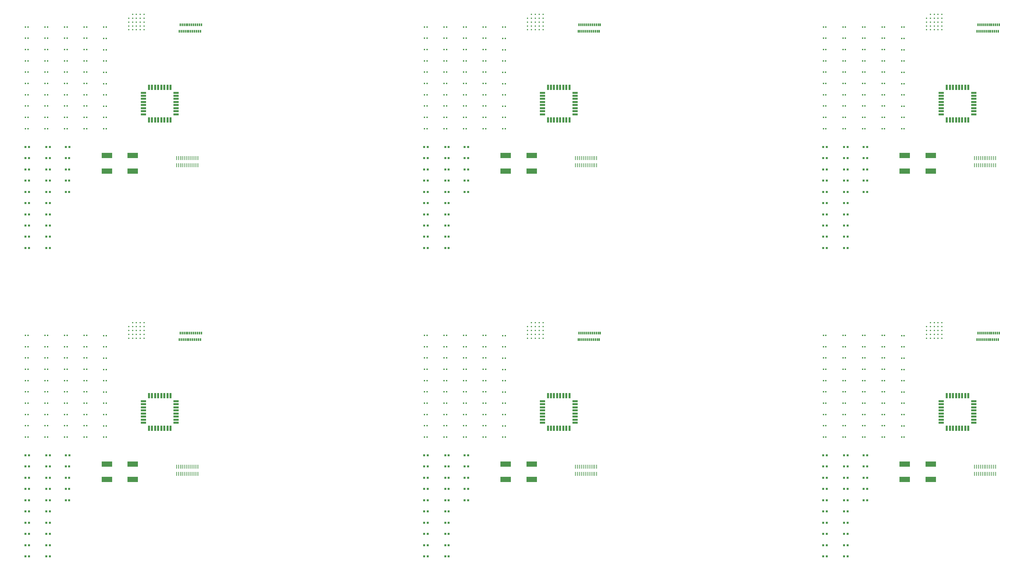
<source format=gbr>
%TF.GenerationSoftware,KiCad,Pcbnew,7.0.5*%
%TF.CreationDate,2023-09-05T09:46:38+01:00*%
%TF.ProjectId,PANELTEST141,50414e45-4c54-4455-9354-3134312e6b69,00.00*%
%TF.SameCoordinates,PX27b9fb5PYc4a79ca*%
%TF.FileFunction,Paste,Top*%
%TF.FilePolarity,Positive*%
%FSLAX46Y46*%
G04 Gerber Fmt 4.6, Leading zero omitted, Abs format (unit mm)*
G04 Created by KiCad (PCBNEW 7.0.5) date 2023-09-05 09:46:38*
%MOMM*%
%LPD*%
G01*
G04 APERTURE LIST*
%ADD10R,2.750000X1.400000*%
%ADD11R,0.460000X0.420000*%
%ADD12R,0.508000X0.508000*%
%ADD13R,0.300000X0.700000*%
%ADD14R,0.280000X1.060000*%
%ADD15R,1.475000X0.600000*%
%ADD16R,0.600000X1.475000*%
%ADD17C,0.355600*%
G04 APERTURE END LIST*
D10*
%TO.C,SW1*%
X252066495Y47585069D03*
X258816482Y47585069D03*
X252066495Y43585077D03*
X258816482Y43585077D03*
%TD*%
%TO.C,SW1*%
X148466495Y47585069D03*
X155216482Y47585069D03*
X148466495Y43585077D03*
X155216482Y43585077D03*
%TD*%
%TO.C,SW1*%
X44866495Y47585069D03*
X51616482Y47585069D03*
X44866495Y43585077D03*
X51616482Y43585077D03*
%TD*%
%TO.C,SW1*%
X44866495Y127705069D03*
X51616482Y127705069D03*
X44866495Y123705077D03*
X51616482Y123705077D03*
%TD*%
%TO.C,SW1*%
X148466495Y127705069D03*
X155216482Y127705069D03*
X148466495Y123705077D03*
X155216482Y123705077D03*
%TD*%
%TO.C,SW1*%
X252066495Y127705069D03*
X258816482Y127705069D03*
X252066495Y123705077D03*
X258816482Y123705077D03*
%TD*%
D11*
%TO.C,R12*%
X236044299Y158174079D03*
X236704299Y158174079D03*
%TD*%
%TO.C,R43*%
X147681871Y75079263D03*
X148341871Y75079263D03*
%TD*%
%TO.C,R10*%
X23765109Y54590377D03*
X24425109Y54590377D03*
%TD*%
D12*
%TO.C,R112*%
X132759871Y127050377D03*
X133674871Y127050377D03*
%TD*%
D11*
%TO.C,R27*%
X241123489Y143509269D03*
X241783489Y143509269D03*
%TD*%
D12*
%TO.C,R104*%
X127319871Y121210377D03*
X128234871Y121210377D03*
%TD*%
D11*
%TO.C,R2*%
X230965109Y78054079D03*
X231625109Y78054079D03*
%TD*%
%TO.C,R18*%
X28844299Y60456307D03*
X29504299Y60456307D03*
%TD*%
%TO.C,R26*%
X137523489Y146442231D03*
X138183489Y146442231D03*
%TD*%
%TO.C,R36*%
X142602679Y66322231D03*
X143262679Y66322231D03*
%TD*%
%TO.C,R32*%
X39002679Y158174079D03*
X39662679Y158174079D03*
%TD*%
%TO.C,R39*%
X39002679Y137643345D03*
X39662679Y137643345D03*
%TD*%
%TO.C,R3*%
X230965109Y75121117D03*
X231625109Y75121117D03*
%TD*%
D12*
%TO.C,R114*%
X29159871Y41090377D03*
X30074871Y41090377D03*
%TD*%
D11*
%TO.C,R11*%
X132444299Y80987041D03*
X133104299Y80987041D03*
%TD*%
%TO.C,R7*%
X127365109Y63389269D03*
X128025109Y63389269D03*
%TD*%
D12*
%TO.C,R116*%
X29159871Y115370377D03*
X30074871Y115370377D03*
%TD*%
D11*
%TO.C,R40*%
X142602679Y134710377D03*
X143262679Y134710377D03*
%TD*%
%TO.C,R44*%
X44081871Y72146301D03*
X44741871Y72146301D03*
%TD*%
%TO.C,R25*%
X137523489Y69255193D03*
X138183489Y69255193D03*
%TD*%
%TO.C,R45*%
X251281871Y149333339D03*
X251941871Y149333339D03*
%TD*%
%TO.C,R23*%
X137523489Y75121117D03*
X138183489Y75121117D03*
%TD*%
%TO.C,R12*%
X28844299Y78054079D03*
X29504299Y78054079D03*
%TD*%
%TO.C,R14*%
X132444299Y152308155D03*
X133104299Y152308155D03*
%TD*%
D12*
%TO.C,R123*%
X34206633Y124130377D03*
X35121633Y124130377D03*
%TD*%
%TO.C,R103*%
X23719871Y124130377D03*
X24634871Y124130377D03*
%TD*%
%TO.C,R104*%
X23719871Y121210377D03*
X24634871Y121210377D03*
%TD*%
%TO.C,R114*%
X132759871Y121210377D03*
X133674871Y121210377D03*
%TD*%
%TO.C,R125*%
X34206633Y38170377D03*
X35121633Y38170377D03*
%TD*%
D13*
%TO.C,J1*%
X167541489Y161719541D03*
X168041489Y161719541D03*
X168541489Y161719541D03*
X169041489Y161719541D03*
X169541489Y161719541D03*
X170041489Y161719541D03*
X170541489Y161719541D03*
X171041489Y161719541D03*
X171541489Y161719541D03*
X172041489Y161719541D03*
X172541489Y161719541D03*
X173041489Y161719541D03*
X172791489Y160019541D03*
X172291489Y160019541D03*
X171791489Y160019541D03*
X171291489Y160019541D03*
X170791489Y160019541D03*
X170291489Y160019541D03*
X169791489Y160019541D03*
X169291489Y160019541D03*
X168791489Y160019541D03*
X168291489Y160019541D03*
X167791489Y160019541D03*
X167291489Y160019541D03*
%TD*%
D12*
%TO.C,R121*%
X34209871Y129970377D03*
X35124871Y129970377D03*
%TD*%
%TO.C,R125*%
X34206633Y118290377D03*
X35121633Y118290377D03*
%TD*%
D11*
%TO.C,R9*%
X127365109Y137643345D03*
X128025109Y137643345D03*
%TD*%
D12*
%TO.C,R114*%
X236359871Y121210377D03*
X237274871Y121210377D03*
%TD*%
%TO.C,R103*%
X230919871Y124130377D03*
X231834871Y124130377D03*
%TD*%
D11*
%TO.C,R16*%
X28844299Y146442231D03*
X29504299Y146442231D03*
%TD*%
D12*
%TO.C,R119*%
X29159871Y106610377D03*
X30074871Y106610377D03*
%TD*%
D11*
%TO.C,R12*%
X28844299Y158174079D03*
X29504299Y158174079D03*
%TD*%
%TO.C,R19*%
X132444299Y137643345D03*
X133104299Y137643345D03*
%TD*%
%TO.C,R10*%
X230965109Y54590377D03*
X231625109Y54590377D03*
%TD*%
%TO.C,R41*%
X44081871Y161065187D03*
X44741871Y161065187D03*
%TD*%
%TO.C,R4*%
X230965109Y72188155D03*
X231625109Y72188155D03*
%TD*%
D14*
%TO.C,J2*%
X275701484Y127017039D03*
X275201485Y127017039D03*
X274701486Y127017039D03*
X274201487Y127017039D03*
X273701488Y127017039D03*
X273201489Y127017039D03*
X272701489Y127017039D03*
X272201490Y127017039D03*
X271701491Y127017039D03*
X271201492Y127017039D03*
X270701493Y127017039D03*
X270201494Y127017039D03*
X270201494Y125157043D03*
X270701493Y125157043D03*
X271201492Y125157043D03*
X271701491Y125157043D03*
X272201490Y125157043D03*
X272701489Y125157043D03*
X273201489Y125157043D03*
X273701488Y125157043D03*
X274201487Y125157043D03*
X274701486Y125157043D03*
X275201485Y125157043D03*
X275701484Y125157043D03*
%TD*%
D11*
%TO.C,R43*%
X251281871Y75079263D03*
X251941871Y75079263D03*
%TD*%
D12*
%TO.C,R122*%
X241406633Y46930377D03*
X242321633Y46930377D03*
%TD*%
D11*
%TO.C,R26*%
X241123489Y146442231D03*
X241783489Y146442231D03*
%TD*%
D12*
%TO.C,R117*%
X29159871Y112450377D03*
X30074871Y112450377D03*
%TD*%
D11*
%TO.C,R32*%
X39002679Y78054079D03*
X39662679Y78054079D03*
%TD*%
D12*
%TO.C,R123*%
X241406633Y124130377D03*
X242321633Y124130377D03*
%TD*%
D11*
%TO.C,R34*%
X142602679Y152308155D03*
X143262679Y152308155D03*
%TD*%
D12*
%TO.C,R125*%
X241406633Y38170377D03*
X242321633Y38170377D03*
%TD*%
D11*
%TO.C,R26*%
X137523489Y66322231D03*
X138183489Y66322231D03*
%TD*%
%TO.C,R10*%
X127365109Y134710377D03*
X128025109Y134710377D03*
%TD*%
%TO.C,R50*%
X147681871Y54548523D03*
X148341871Y54548523D03*
%TD*%
D12*
%TO.C,R116*%
X236359871Y35250377D03*
X237274871Y35250377D03*
%TD*%
D11*
%TO.C,R3*%
X127365109Y75121117D03*
X128025109Y75121117D03*
%TD*%
D10*
%TO.C,SW1*%
X252066495Y47585069D03*
X258816482Y47585069D03*
X252066495Y43585077D03*
X258816482Y43585077D03*
%TD*%
D12*
%TO.C,R108*%
X23719871Y109530377D03*
X24634871Y109530377D03*
%TD*%
%TO.C,R114*%
X132759871Y41090377D03*
X133674871Y41090377D03*
%TD*%
%TO.C,R107*%
X230919871Y112450377D03*
X231834871Y112450377D03*
%TD*%
D11*
%TO.C,R22*%
X33923489Y158174079D03*
X34583489Y158174079D03*
%TD*%
%TO.C,R34*%
X142602679Y72188155D03*
X143262679Y72188155D03*
%TD*%
D12*
%TO.C,R113*%
X132759871Y124130377D03*
X133674871Y124130377D03*
%TD*%
D15*
%TO.C,IC1*%
X54383489Y144027041D03*
X54383489Y143227041D03*
X54383489Y142427041D03*
X54383489Y141627041D03*
X54383489Y140827041D03*
X54383489Y140027041D03*
X54383489Y139227041D03*
X54383489Y138427041D03*
D16*
X55821489Y136989041D03*
X56621489Y136989041D03*
X57421489Y136989041D03*
X58221489Y136989041D03*
X59021489Y136989041D03*
X59821489Y136989041D03*
X60621489Y136989041D03*
X61421489Y136989041D03*
D15*
X62859489Y138427041D03*
X62859489Y139227041D03*
X62859489Y140027041D03*
X62859489Y140827041D03*
X62859489Y141627041D03*
X62859489Y142427041D03*
X62859489Y143227041D03*
X62859489Y144027041D03*
D16*
X61421489Y145465041D03*
X60621489Y145465041D03*
X59821489Y145465041D03*
X59021489Y145465041D03*
X58221489Y145465041D03*
X57421489Y145465041D03*
X56621489Y145465041D03*
X55821489Y145465041D03*
%TD*%
D12*
%TO.C,R119*%
X132759871Y26490377D03*
X133674871Y26490377D03*
%TD*%
%TO.C,R106*%
X230919871Y35250377D03*
X231834871Y35250377D03*
%TD*%
D17*
%TO.C,IC2*%
X258751495Y84267039D03*
X259751493Y84267039D03*
X260751491Y84267039D03*
X261751489Y84267039D03*
X257751497Y83267041D03*
X258751495Y83267041D03*
X259751493Y83267041D03*
X260751491Y83267041D03*
X261751489Y83267041D03*
X257751497Y82267043D03*
X258751495Y82267043D03*
X259751493Y82267043D03*
X260751491Y82267043D03*
X261751489Y82267043D03*
X257751497Y81267045D03*
X258751495Y81267045D03*
X259751493Y81267045D03*
X260751491Y81267045D03*
X261751489Y81267045D03*
X257751497Y80267047D03*
X258751495Y80267047D03*
X259751493Y80267047D03*
X260751491Y80267047D03*
X261751489Y80267047D03*
%TD*%
D11*
%TO.C,R4*%
X23765109Y152308155D03*
X24425109Y152308155D03*
%TD*%
D12*
%TO.C,R104*%
X127319871Y41090377D03*
X128234871Y41090377D03*
%TD*%
%TO.C,R118*%
X236359871Y109530377D03*
X237274871Y109530377D03*
%TD*%
%TO.C,R109*%
X127319871Y106610377D03*
X128234871Y106610377D03*
%TD*%
D11*
%TO.C,R32*%
X246202679Y78054079D03*
X246862679Y78054079D03*
%TD*%
D12*
%TO.C,R104*%
X230919871Y121210377D03*
X231834871Y121210377D03*
%TD*%
D11*
%TO.C,R42*%
X147681871Y78012225D03*
X148341871Y78012225D03*
%TD*%
D17*
%TO.C,IC2*%
X51551495Y84267039D03*
X52551493Y84267039D03*
X53551491Y84267039D03*
X54551489Y84267039D03*
X50551497Y83267041D03*
X51551495Y83267041D03*
X52551493Y83267041D03*
X53551491Y83267041D03*
X54551489Y83267041D03*
X50551497Y82267043D03*
X51551495Y82267043D03*
X52551493Y82267043D03*
X53551491Y82267043D03*
X54551489Y82267043D03*
X50551497Y81267045D03*
X51551495Y81267045D03*
X52551493Y81267045D03*
X53551491Y81267045D03*
X54551489Y81267045D03*
X50551497Y80267047D03*
X51551495Y80267047D03*
X52551493Y80267047D03*
X53551491Y80267047D03*
X54551489Y80267047D03*
%TD*%
D11*
%TO.C,R32*%
X142602679Y78054079D03*
X143262679Y78054079D03*
%TD*%
D13*
%TO.C,J1*%
X167541489Y81599541D03*
X168041489Y81599541D03*
X168541489Y81599541D03*
X169041489Y81599541D03*
X169541489Y81599541D03*
X170041489Y81599541D03*
X170541489Y81599541D03*
X171041489Y81599541D03*
X171541489Y81599541D03*
X172041489Y81599541D03*
X172541489Y81599541D03*
X173041489Y81599541D03*
X172791489Y79899541D03*
X172291489Y79899541D03*
X171791489Y79899541D03*
X171291489Y79899541D03*
X170791489Y79899541D03*
X170291489Y79899541D03*
X169791489Y79899541D03*
X169291489Y79899541D03*
X168791489Y79899541D03*
X168291489Y79899541D03*
X167791489Y79899541D03*
X167291489Y79899541D03*
%TD*%
D11*
%TO.C,R30*%
X137523489Y54590377D03*
X138183489Y54590377D03*
%TD*%
D12*
%TO.C,R124*%
X34206633Y41090377D03*
X35121633Y41090377D03*
%TD*%
%TO.C,R112*%
X29159871Y46930377D03*
X30074871Y46930377D03*
%TD*%
%TO.C,R124*%
X241406633Y121210377D03*
X242321633Y121210377D03*
%TD*%
%TO.C,R120*%
X236359871Y23570377D03*
X237274871Y23570377D03*
%TD*%
D11*
%TO.C,R29*%
X137523489Y137643345D03*
X138183489Y137643345D03*
%TD*%
%TO.C,R31*%
X39002679Y161107041D03*
X39662679Y161107041D03*
%TD*%
D12*
%TO.C,R115*%
X132759871Y118290377D03*
X133674871Y118290377D03*
%TD*%
D11*
%TO.C,R23*%
X137523489Y155241117D03*
X138183489Y155241117D03*
%TD*%
D12*
%TO.C,R107*%
X23719871Y112450377D03*
X24634871Y112450377D03*
%TD*%
D11*
%TO.C,R15*%
X28844299Y149375193D03*
X29504299Y149375193D03*
%TD*%
D12*
%TO.C,R121*%
X34209871Y49850377D03*
X35124871Y49850377D03*
%TD*%
%TO.C,R109*%
X230919871Y106610377D03*
X231834871Y106610377D03*
%TD*%
D11*
%TO.C,R20*%
X132444299Y134710377D03*
X133104299Y134710377D03*
%TD*%
%TO.C,R23*%
X33923489Y75121117D03*
X34583489Y75121117D03*
%TD*%
%TO.C,R3*%
X230965109Y155241117D03*
X231625109Y155241117D03*
%TD*%
%TO.C,R46*%
X147681871Y146400377D03*
X148341871Y146400377D03*
%TD*%
D12*
%TO.C,R103*%
X127319871Y124130377D03*
X128234871Y124130377D03*
%TD*%
D11*
%TO.C,R36*%
X246202679Y146442231D03*
X246862679Y146442231D03*
%TD*%
%TO.C,R6*%
X230965109Y66322231D03*
X231625109Y66322231D03*
%TD*%
%TO.C,R46*%
X44081871Y66280377D03*
X44741871Y66280377D03*
%TD*%
%TO.C,R18*%
X28844299Y140576307D03*
X29504299Y140576307D03*
%TD*%
D12*
%TO.C,R117*%
X236359871Y112450377D03*
X237274871Y112450377D03*
%TD*%
%TO.C,R122*%
X34206633Y46930377D03*
X35121633Y46930377D03*
%TD*%
D11*
%TO.C,R43*%
X251281871Y155199263D03*
X251941871Y155199263D03*
%TD*%
%TO.C,R24*%
X137523489Y72188155D03*
X138183489Y72188155D03*
%TD*%
%TO.C,R13*%
X236044299Y155241117D03*
X236704299Y155241117D03*
%TD*%
%TO.C,R4*%
X230965109Y152308155D03*
X231625109Y152308155D03*
%TD*%
%TO.C,R35*%
X39002679Y149375193D03*
X39662679Y149375193D03*
%TD*%
D12*
%TO.C,R111*%
X29159871Y49850377D03*
X30074871Y49850377D03*
%TD*%
D15*
%TO.C,IC1*%
X261583489Y63907041D03*
X261583489Y63107041D03*
X261583489Y62307041D03*
X261583489Y61507041D03*
X261583489Y60707041D03*
X261583489Y59907041D03*
X261583489Y59107041D03*
X261583489Y58307041D03*
D16*
X263021489Y56869041D03*
X263821489Y56869041D03*
X264621489Y56869041D03*
X265421489Y56869041D03*
X266221489Y56869041D03*
X267021489Y56869041D03*
X267821489Y56869041D03*
X268621489Y56869041D03*
D15*
X270059489Y58307041D03*
X270059489Y59107041D03*
X270059489Y59907041D03*
X270059489Y60707041D03*
X270059489Y61507041D03*
X270059489Y62307041D03*
X270059489Y63107041D03*
X270059489Y63907041D03*
D16*
X268621489Y65345041D03*
X267821489Y65345041D03*
X267021489Y65345041D03*
X266221489Y65345041D03*
X265421489Y65345041D03*
X264621489Y65345041D03*
X263821489Y65345041D03*
X263021489Y65345041D03*
%TD*%
D11*
%TO.C,R9*%
X230965109Y57523345D03*
X231625109Y57523345D03*
%TD*%
D14*
%TO.C,J2*%
X68501484Y127017039D03*
X68001485Y127017039D03*
X67501486Y127017039D03*
X67001487Y127017039D03*
X66501488Y127017039D03*
X66001489Y127017039D03*
X65501489Y127017039D03*
X65001490Y127017039D03*
X64501491Y127017039D03*
X64001492Y127017039D03*
X63501493Y127017039D03*
X63001494Y127017039D03*
X63001494Y125157043D03*
X63501493Y125157043D03*
X64001492Y125157043D03*
X64501491Y125157043D03*
X65001490Y125157043D03*
X65501489Y125157043D03*
X66001489Y125157043D03*
X66501488Y125157043D03*
X67001487Y125157043D03*
X67501486Y125157043D03*
X68001485Y125157043D03*
X68501484Y125157043D03*
%TD*%
D11*
%TO.C,R38*%
X39002679Y140576307D03*
X39662679Y140576307D03*
%TD*%
%TO.C,R3*%
X23765109Y155241117D03*
X24425109Y155241117D03*
%TD*%
%TO.C,R20*%
X132444299Y54590377D03*
X133104299Y54590377D03*
%TD*%
D12*
%TO.C,R122*%
X137806633Y46930377D03*
X138721633Y46930377D03*
%TD*%
%TO.C,R110*%
X230919871Y103690377D03*
X231834871Y103690377D03*
%TD*%
D11*
%TO.C,R33*%
X39002679Y155241117D03*
X39662679Y155241117D03*
%TD*%
%TO.C,R15*%
X236044299Y69255193D03*
X236704299Y69255193D03*
%TD*%
D12*
%TO.C,R109*%
X23719871Y106610377D03*
X24634871Y106610377D03*
%TD*%
D11*
%TO.C,R13*%
X28844299Y155241117D03*
X29504299Y155241117D03*
%TD*%
D12*
%TO.C,R119*%
X132759871Y106610377D03*
X133674871Y106610377D03*
%TD*%
D11*
%TO.C,R15*%
X132444299Y69255193D03*
X133104299Y69255193D03*
%TD*%
%TO.C,R48*%
X147681871Y60414453D03*
X148341871Y60414453D03*
%TD*%
%TO.C,R26*%
X241123489Y66322231D03*
X241783489Y66322231D03*
%TD*%
D12*
%TO.C,R110*%
X23719871Y103690377D03*
X24634871Y103690377D03*
%TD*%
D11*
%TO.C,R21*%
X137523489Y80987041D03*
X138183489Y80987041D03*
%TD*%
%TO.C,R9*%
X127365109Y57523345D03*
X128025109Y57523345D03*
%TD*%
D12*
%TO.C,R103*%
X127319871Y44010377D03*
X128234871Y44010377D03*
%TD*%
D11*
%TO.C,R21*%
X241123489Y80987041D03*
X241783489Y80987041D03*
%TD*%
D12*
%TO.C,R116*%
X132759871Y115370377D03*
X133674871Y115370377D03*
%TD*%
D11*
%TO.C,R40*%
X246202679Y54590377D03*
X246862679Y54590377D03*
%TD*%
%TO.C,R29*%
X33923489Y137643345D03*
X34583489Y137643345D03*
%TD*%
%TO.C,R8*%
X230965109Y140576307D03*
X231625109Y140576307D03*
%TD*%
%TO.C,R2*%
X127365109Y158174079D03*
X128025109Y158174079D03*
%TD*%
%TO.C,R17*%
X28844299Y143509269D03*
X29504299Y143509269D03*
%TD*%
D12*
%TO.C,R115*%
X236359871Y118290377D03*
X237274871Y118290377D03*
%TD*%
%TO.C,R101*%
X230919871Y49850377D03*
X231834871Y49850377D03*
%TD*%
D11*
%TO.C,R45*%
X44081871Y69213339D03*
X44741871Y69213339D03*
%TD*%
%TO.C,R31*%
X142602679Y161107041D03*
X143262679Y161107041D03*
%TD*%
D12*
%TO.C,R124*%
X137806633Y121210377D03*
X138721633Y121210377D03*
%TD*%
D11*
%TO.C,R20*%
X236044299Y134710377D03*
X236704299Y134710377D03*
%TD*%
D17*
%TO.C,IC2*%
X51551495Y164387039D03*
X52551493Y164387039D03*
X53551491Y164387039D03*
X54551489Y164387039D03*
X50551497Y163387041D03*
X51551495Y163387041D03*
X52551493Y163387041D03*
X53551491Y163387041D03*
X54551489Y163387041D03*
X50551497Y162387043D03*
X51551495Y162387043D03*
X52551493Y162387043D03*
X53551491Y162387043D03*
X54551489Y162387043D03*
X50551497Y161387045D03*
X51551495Y161387045D03*
X52551493Y161387045D03*
X53551491Y161387045D03*
X54551489Y161387045D03*
X50551497Y160387047D03*
X51551495Y160387047D03*
X52551493Y160387047D03*
X53551491Y160387047D03*
X54551489Y160387047D03*
%TD*%
D12*
%TO.C,R118*%
X236359871Y29410377D03*
X237274871Y29410377D03*
%TD*%
D11*
%TO.C,R9*%
X230965109Y137643345D03*
X231625109Y137643345D03*
%TD*%
%TO.C,R37*%
X246202679Y143509269D03*
X246862679Y143509269D03*
%TD*%
D12*
%TO.C,R101*%
X23719871Y49850377D03*
X24634871Y49850377D03*
%TD*%
D11*
%TO.C,R1*%
X230965109Y80987041D03*
X231625109Y80987041D03*
%TD*%
%TO.C,R7*%
X127365109Y143509269D03*
X128025109Y143509269D03*
%TD*%
%TO.C,R1*%
X127365109Y161107041D03*
X128025109Y161107041D03*
%TD*%
%TO.C,R16*%
X132444299Y146442231D03*
X133104299Y146442231D03*
%TD*%
%TO.C,R2*%
X127365109Y78054079D03*
X128025109Y78054079D03*
%TD*%
%TO.C,R14*%
X28844299Y72188155D03*
X29504299Y72188155D03*
%TD*%
D10*
%TO.C,SW1*%
X148466495Y47585069D03*
X155216482Y47585069D03*
X148466495Y43585077D03*
X155216482Y43585077D03*
%TD*%
D12*
%TO.C,R105*%
X230919871Y38170377D03*
X231834871Y38170377D03*
%TD*%
D11*
%TO.C,R20*%
X28844299Y134710377D03*
X29504299Y134710377D03*
%TD*%
D12*
%TO.C,R102*%
X127319871Y127050377D03*
X128234871Y127050377D03*
%TD*%
D11*
%TO.C,R7*%
X23765109Y143509269D03*
X24425109Y143509269D03*
%TD*%
D12*
%TO.C,R118*%
X132759871Y29410377D03*
X133674871Y29410377D03*
%TD*%
D11*
%TO.C,R33*%
X142602679Y155241117D03*
X143262679Y155241117D03*
%TD*%
%TO.C,R12*%
X236044299Y78054079D03*
X236704299Y78054079D03*
%TD*%
D13*
%TO.C,J1*%
X271141489Y161719541D03*
X271641489Y161719541D03*
X272141489Y161719541D03*
X272641489Y161719541D03*
X273141489Y161719541D03*
X273641489Y161719541D03*
X274141489Y161719541D03*
X274641489Y161719541D03*
X275141489Y161719541D03*
X275641489Y161719541D03*
X276141489Y161719541D03*
X276641489Y161719541D03*
X276391489Y160019541D03*
X275891489Y160019541D03*
X275391489Y160019541D03*
X274891489Y160019541D03*
X274391489Y160019541D03*
X273891489Y160019541D03*
X273391489Y160019541D03*
X272891489Y160019541D03*
X272391489Y160019541D03*
X271891489Y160019541D03*
X271391489Y160019541D03*
X270891489Y160019541D03*
%TD*%
D11*
%TO.C,R3*%
X127365109Y155241117D03*
X128025109Y155241117D03*
%TD*%
D12*
%TO.C,R101*%
X23719871Y129970377D03*
X24634871Y129970377D03*
%TD*%
D15*
%TO.C,IC1*%
X54383489Y63907041D03*
X54383489Y63107041D03*
X54383489Y62307041D03*
X54383489Y61507041D03*
X54383489Y60707041D03*
X54383489Y59907041D03*
X54383489Y59107041D03*
X54383489Y58307041D03*
D16*
X55821489Y56869041D03*
X56621489Y56869041D03*
X57421489Y56869041D03*
X58221489Y56869041D03*
X59021489Y56869041D03*
X59821489Y56869041D03*
X60621489Y56869041D03*
X61421489Y56869041D03*
D15*
X62859489Y58307041D03*
X62859489Y59107041D03*
X62859489Y59907041D03*
X62859489Y60707041D03*
X62859489Y61507041D03*
X62859489Y62307041D03*
X62859489Y63107041D03*
X62859489Y63907041D03*
D16*
X61421489Y65345041D03*
X60621489Y65345041D03*
X59821489Y65345041D03*
X59021489Y65345041D03*
X58221489Y65345041D03*
X57421489Y65345041D03*
X56621489Y65345041D03*
X55821489Y65345041D03*
%TD*%
D11*
%TO.C,R16*%
X236044299Y146442231D03*
X236704299Y146442231D03*
%TD*%
D12*
%TO.C,R125*%
X137806633Y118290377D03*
X138721633Y118290377D03*
%TD*%
D11*
%TO.C,R38*%
X142602679Y140576307D03*
X143262679Y140576307D03*
%TD*%
D12*
%TO.C,R111*%
X132759871Y49850377D03*
X133674871Y49850377D03*
%TD*%
D11*
%TO.C,R24*%
X241123489Y72188155D03*
X241783489Y72188155D03*
%TD*%
%TO.C,R41*%
X251281871Y161065187D03*
X251941871Y161065187D03*
%TD*%
%TO.C,R30*%
X241123489Y54590377D03*
X241783489Y54590377D03*
%TD*%
%TO.C,R21*%
X241123489Y161107041D03*
X241783489Y161107041D03*
%TD*%
%TO.C,R24*%
X137523489Y152308155D03*
X138183489Y152308155D03*
%TD*%
%TO.C,R28*%
X241123489Y140576307D03*
X241783489Y140576307D03*
%TD*%
D10*
%TO.C,SW1*%
X252066495Y127705069D03*
X258816482Y127705069D03*
X252066495Y123705077D03*
X258816482Y123705077D03*
%TD*%
D12*
%TO.C,R111*%
X132759871Y129970377D03*
X133674871Y129970377D03*
%TD*%
%TO.C,R118*%
X132759871Y109530377D03*
X133674871Y109530377D03*
%TD*%
D11*
%TO.C,R33*%
X246202679Y155241117D03*
X246862679Y155241117D03*
%TD*%
%TO.C,R7*%
X23765109Y63389269D03*
X24425109Y63389269D03*
%TD*%
D12*
%TO.C,R104*%
X230919871Y41090377D03*
X231834871Y41090377D03*
%TD*%
D11*
%TO.C,R1*%
X127365109Y161107041D03*
X128025109Y161107041D03*
%TD*%
%TO.C,R13*%
X28844299Y75121117D03*
X29504299Y75121117D03*
%TD*%
D12*
%TO.C,R124*%
X137806633Y41090377D03*
X138721633Y41090377D03*
%TD*%
D11*
%TO.C,R45*%
X44081871Y149333339D03*
X44741871Y149333339D03*
%TD*%
%TO.C,R22*%
X137523489Y78054079D03*
X138183489Y78054079D03*
%TD*%
%TO.C,R18*%
X132444299Y60456307D03*
X133104299Y60456307D03*
%TD*%
%TO.C,R38*%
X246202679Y140576307D03*
X246862679Y140576307D03*
%TD*%
%TO.C,R50*%
X147681871Y134668523D03*
X148341871Y134668523D03*
%TD*%
%TO.C,R45*%
X147681871Y69213339D03*
X148341871Y69213339D03*
%TD*%
%TO.C,R22*%
X241123489Y158174079D03*
X241783489Y158174079D03*
%TD*%
%TO.C,R18*%
X236044299Y60456307D03*
X236704299Y60456307D03*
%TD*%
D12*
%TO.C,R110*%
X23719871Y23570377D03*
X24634871Y23570377D03*
%TD*%
D11*
%TO.C,R25*%
X137523489Y149375193D03*
X138183489Y149375193D03*
%TD*%
D12*
%TO.C,R115*%
X29159871Y118290377D03*
X30074871Y118290377D03*
%TD*%
D11*
%TO.C,R49*%
X44081871Y57481491D03*
X44741871Y57481491D03*
%TD*%
%TO.C,R44*%
X147681871Y152266301D03*
X148341871Y152266301D03*
%TD*%
%TO.C,R11*%
X236044299Y80987041D03*
X236704299Y80987041D03*
%TD*%
D12*
%TO.C,R103*%
X23719871Y44010377D03*
X24634871Y44010377D03*
%TD*%
D11*
%TO.C,R49*%
X251281871Y137601491D03*
X251941871Y137601491D03*
%TD*%
%TO.C,R36*%
X142602679Y146442231D03*
X143262679Y146442231D03*
%TD*%
D12*
%TO.C,R104*%
X23719871Y41090377D03*
X24634871Y41090377D03*
%TD*%
D11*
%TO.C,R9*%
X23765109Y137643345D03*
X24425109Y137643345D03*
%TD*%
D12*
%TO.C,R105*%
X127319871Y38170377D03*
X128234871Y38170377D03*
%TD*%
D11*
%TO.C,R37*%
X39002679Y63389269D03*
X39662679Y63389269D03*
%TD*%
D12*
%TO.C,R119*%
X29159871Y26490377D03*
X30074871Y26490377D03*
%TD*%
D11*
%TO.C,R2*%
X230965109Y158174079D03*
X231625109Y158174079D03*
%TD*%
%TO.C,R8*%
X127365109Y60456307D03*
X128025109Y60456307D03*
%TD*%
D13*
%TO.C,J1*%
X63941489Y81599541D03*
X64441489Y81599541D03*
X64941489Y81599541D03*
X65441489Y81599541D03*
X65941489Y81599541D03*
X66441489Y81599541D03*
X66941489Y81599541D03*
X67441489Y81599541D03*
X67941489Y81599541D03*
X68441489Y81599541D03*
X68941489Y81599541D03*
X69441489Y81599541D03*
X69191489Y79899541D03*
X68691489Y79899541D03*
X68191489Y79899541D03*
X67691489Y79899541D03*
X67191489Y79899541D03*
X66691489Y79899541D03*
X66191489Y79899541D03*
X65691489Y79899541D03*
X65191489Y79899541D03*
X64691489Y79899541D03*
X64191489Y79899541D03*
X63691489Y79899541D03*
%TD*%
D11*
%TO.C,R48*%
X147681871Y140534453D03*
X148341871Y140534453D03*
%TD*%
%TO.C,R17*%
X132444299Y143509269D03*
X133104299Y143509269D03*
%TD*%
%TO.C,R27*%
X241123489Y63389269D03*
X241783489Y63389269D03*
%TD*%
%TO.C,R21*%
X33923489Y80987041D03*
X34583489Y80987041D03*
%TD*%
%TO.C,R28*%
X33923489Y140576307D03*
X34583489Y140576307D03*
%TD*%
%TO.C,R8*%
X23765109Y60456307D03*
X24425109Y60456307D03*
%TD*%
%TO.C,R6*%
X23765109Y66322231D03*
X24425109Y66322231D03*
%TD*%
%TO.C,R31*%
X39002679Y80987041D03*
X39662679Y80987041D03*
%TD*%
D12*
%TO.C,R108*%
X127319871Y29410377D03*
X128234871Y29410377D03*
%TD*%
%TO.C,R109*%
X127319871Y26490377D03*
X128234871Y26490377D03*
%TD*%
%TO.C,R117*%
X132759871Y112450377D03*
X133674871Y112450377D03*
%TD*%
D11*
%TO.C,R13*%
X236044299Y75121117D03*
X236704299Y75121117D03*
%TD*%
%TO.C,R20*%
X28844299Y54590377D03*
X29504299Y54590377D03*
%TD*%
%TO.C,R41*%
X44081871Y80945187D03*
X44741871Y80945187D03*
%TD*%
D12*
%TO.C,R112*%
X236359871Y127050377D03*
X237274871Y127050377D03*
%TD*%
D11*
%TO.C,R29*%
X137523489Y57523345D03*
X138183489Y57523345D03*
%TD*%
%TO.C,R12*%
X132444299Y158174079D03*
X133104299Y158174079D03*
%TD*%
D12*
%TO.C,R102*%
X23719871Y46930377D03*
X24634871Y46930377D03*
%TD*%
D11*
%TO.C,R17*%
X236044299Y143509269D03*
X236704299Y143509269D03*
%TD*%
%TO.C,R49*%
X44081871Y137601491D03*
X44741871Y137601491D03*
%TD*%
D12*
%TO.C,R112*%
X29159871Y127050377D03*
X30074871Y127050377D03*
%TD*%
%TO.C,R113*%
X29159871Y124130377D03*
X30074871Y124130377D03*
%TD*%
D11*
%TO.C,R30*%
X33923489Y54590377D03*
X34583489Y54590377D03*
%TD*%
%TO.C,R34*%
X39002679Y152308155D03*
X39662679Y152308155D03*
%TD*%
D14*
%TO.C,J2*%
X68501484Y46897039D03*
X68001485Y46897039D03*
X67501486Y46897039D03*
X67001487Y46897039D03*
X66501488Y46897039D03*
X66001489Y46897039D03*
X65501489Y46897039D03*
X65001490Y46897039D03*
X64501491Y46897039D03*
X64001492Y46897039D03*
X63501493Y46897039D03*
X63001494Y46897039D03*
X63001494Y45037043D03*
X63501493Y45037043D03*
X64001492Y45037043D03*
X64501491Y45037043D03*
X65001490Y45037043D03*
X65501489Y45037043D03*
X66001489Y45037043D03*
X66501488Y45037043D03*
X67001487Y45037043D03*
X67501486Y45037043D03*
X68001485Y45037043D03*
X68501484Y45037043D03*
%TD*%
D11*
%TO.C,R38*%
X39002679Y60456307D03*
X39662679Y60456307D03*
%TD*%
D12*
%TO.C,R113*%
X236359871Y124130377D03*
X237274871Y124130377D03*
%TD*%
D11*
%TO.C,R23*%
X33923489Y155241117D03*
X34583489Y155241117D03*
%TD*%
%TO.C,R23*%
X241123489Y155241117D03*
X241783489Y155241117D03*
%TD*%
%TO.C,R35*%
X142602679Y69255193D03*
X143262679Y69255193D03*
%TD*%
%TO.C,R42*%
X147681871Y158132225D03*
X148341871Y158132225D03*
%TD*%
D15*
%TO.C,IC1*%
X157983489Y63907041D03*
X157983489Y63107041D03*
X157983489Y62307041D03*
X157983489Y61507041D03*
X157983489Y60707041D03*
X157983489Y59907041D03*
X157983489Y59107041D03*
X157983489Y58307041D03*
D16*
X159421489Y56869041D03*
X160221489Y56869041D03*
X161021489Y56869041D03*
X161821489Y56869041D03*
X162621489Y56869041D03*
X163421489Y56869041D03*
X164221489Y56869041D03*
X165021489Y56869041D03*
D15*
X166459489Y58307041D03*
X166459489Y59107041D03*
X166459489Y59907041D03*
X166459489Y60707041D03*
X166459489Y61507041D03*
X166459489Y62307041D03*
X166459489Y63107041D03*
X166459489Y63907041D03*
D16*
X165021489Y65345041D03*
X164221489Y65345041D03*
X163421489Y65345041D03*
X162621489Y65345041D03*
X161821489Y65345041D03*
X161021489Y65345041D03*
X160221489Y65345041D03*
X159421489Y65345041D03*
%TD*%
D11*
%TO.C,R8*%
X230965109Y60456307D03*
X231625109Y60456307D03*
%TD*%
D12*
%TO.C,R101*%
X230919871Y129970377D03*
X231834871Y129970377D03*
%TD*%
D11*
%TO.C,R20*%
X236044299Y54590377D03*
X236704299Y54590377D03*
%TD*%
D12*
%TO.C,R113*%
X29159871Y44010377D03*
X30074871Y44010377D03*
%TD*%
%TO.C,R117*%
X132759871Y32330377D03*
X133674871Y32330377D03*
%TD*%
%TO.C,R109*%
X230919871Y26490377D03*
X231834871Y26490377D03*
%TD*%
D11*
%TO.C,R16*%
X28844299Y66322231D03*
X29504299Y66322231D03*
%TD*%
%TO.C,R13*%
X132444299Y75121117D03*
X133104299Y75121117D03*
%TD*%
%TO.C,R39*%
X39002679Y57523345D03*
X39662679Y57523345D03*
%TD*%
%TO.C,R6*%
X127365109Y66322231D03*
X128025109Y66322231D03*
%TD*%
D12*
%TO.C,R121*%
X137809871Y129970377D03*
X138724871Y129970377D03*
%TD*%
%TO.C,R118*%
X29159871Y109530377D03*
X30074871Y109530377D03*
%TD*%
%TO.C,R111*%
X29159871Y129970377D03*
X30074871Y129970377D03*
%TD*%
%TO.C,R110*%
X127319871Y23570377D03*
X128234871Y23570377D03*
%TD*%
D11*
%TO.C,R44*%
X147681871Y72146301D03*
X148341871Y72146301D03*
%TD*%
D14*
%TO.C,J2*%
X275701484Y46897039D03*
X275201485Y46897039D03*
X274701486Y46897039D03*
X274201487Y46897039D03*
X273701488Y46897039D03*
X273201489Y46897039D03*
X272701489Y46897039D03*
X272201490Y46897039D03*
X271701491Y46897039D03*
X271201492Y46897039D03*
X270701493Y46897039D03*
X270201494Y46897039D03*
X270201494Y45037043D03*
X270701493Y45037043D03*
X271201492Y45037043D03*
X271701491Y45037043D03*
X272201490Y45037043D03*
X272701489Y45037043D03*
X273201489Y45037043D03*
X273701488Y45037043D03*
X274201487Y45037043D03*
X274701486Y45037043D03*
X275201485Y45037043D03*
X275701484Y45037043D03*
%TD*%
D12*
%TO.C,R105*%
X23719871Y38170377D03*
X24634871Y38170377D03*
%TD*%
%TO.C,R107*%
X230919871Y32330377D03*
X231834871Y32330377D03*
%TD*%
%TO.C,R102*%
X230919871Y46930377D03*
X231834871Y46930377D03*
%TD*%
D11*
%TO.C,R38*%
X142602679Y60456307D03*
X143262679Y60456307D03*
%TD*%
%TO.C,R40*%
X142602679Y54590377D03*
X143262679Y54590377D03*
%TD*%
%TO.C,R28*%
X137523489Y140576307D03*
X138183489Y140576307D03*
%TD*%
D12*
%TO.C,R120*%
X29159871Y103690377D03*
X30074871Y103690377D03*
%TD*%
D11*
%TO.C,R12*%
X132444299Y78054079D03*
X133104299Y78054079D03*
%TD*%
%TO.C,R39*%
X246202679Y137643345D03*
X246862679Y137643345D03*
%TD*%
%TO.C,R6*%
X23765109Y146442231D03*
X24425109Y146442231D03*
%TD*%
%TO.C,R41*%
X147681871Y80945187D03*
X148341871Y80945187D03*
%TD*%
%TO.C,R25*%
X241123489Y69255193D03*
X241783489Y69255193D03*
%TD*%
%TO.C,R34*%
X39002679Y72188155D03*
X39662679Y72188155D03*
%TD*%
%TO.C,R6*%
X127365109Y146442231D03*
X128025109Y146442231D03*
%TD*%
%TO.C,R5*%
X127365109Y69255193D03*
X128025109Y69255193D03*
%TD*%
%TO.C,R6*%
X230965109Y146442231D03*
X231625109Y146442231D03*
%TD*%
%TO.C,R18*%
X132444299Y140576307D03*
X133104299Y140576307D03*
%TD*%
D12*
%TO.C,R115*%
X29159871Y38170377D03*
X30074871Y38170377D03*
%TD*%
D11*
%TO.C,R45*%
X147681871Y149333339D03*
X148341871Y149333339D03*
%TD*%
%TO.C,R18*%
X236044299Y140576307D03*
X236704299Y140576307D03*
%TD*%
%TO.C,R42*%
X251281871Y78012225D03*
X251941871Y78012225D03*
%TD*%
%TO.C,R9*%
X23765109Y57523345D03*
X24425109Y57523345D03*
%TD*%
%TO.C,R10*%
X127365109Y54590377D03*
X128025109Y54590377D03*
%TD*%
D12*
%TO.C,R101*%
X127319871Y129970377D03*
X128234871Y129970377D03*
%TD*%
D11*
%TO.C,R50*%
X44081871Y54548523D03*
X44741871Y54548523D03*
%TD*%
D10*
%TO.C,SW1*%
X148466495Y127705069D03*
X155216482Y127705069D03*
X148466495Y123705077D03*
X155216482Y123705077D03*
%TD*%
D11*
%TO.C,R10*%
X230965109Y134710377D03*
X231625109Y134710377D03*
%TD*%
%TO.C,R21*%
X137523489Y161107041D03*
X138183489Y161107041D03*
%TD*%
D12*
%TO.C,R122*%
X137806633Y127050377D03*
X138721633Y127050377D03*
%TD*%
%TO.C,R125*%
X137806633Y38170377D03*
X138721633Y38170377D03*
%TD*%
D10*
%TO.C,SW1*%
X44866495Y127705069D03*
X51616482Y127705069D03*
X44866495Y123705077D03*
X51616482Y123705077D03*
%TD*%
D11*
%TO.C,R1*%
X230965109Y161107041D03*
X231625109Y161107041D03*
%TD*%
D12*
%TO.C,R119*%
X236359871Y26490377D03*
X237274871Y26490377D03*
%TD*%
D11*
%TO.C,R1*%
X230965109Y80987041D03*
X231625109Y80987041D03*
%TD*%
%TO.C,R22*%
X33923489Y78054079D03*
X34583489Y78054079D03*
%TD*%
D12*
%TO.C,R117*%
X236359871Y32330377D03*
X237274871Y32330377D03*
%TD*%
D11*
%TO.C,R32*%
X142602679Y158174079D03*
X143262679Y158174079D03*
%TD*%
D12*
%TO.C,R115*%
X236359871Y38170377D03*
X237274871Y38170377D03*
%TD*%
D11*
%TO.C,R23*%
X241123489Y75121117D03*
X241783489Y75121117D03*
%TD*%
D12*
%TO.C,R113*%
X132759871Y44010377D03*
X133674871Y44010377D03*
%TD*%
D11*
%TO.C,R43*%
X147681871Y155199263D03*
X148341871Y155199263D03*
%TD*%
%TO.C,R49*%
X251281871Y57481491D03*
X251941871Y57481491D03*
%TD*%
%TO.C,R1*%
X23765109Y80987041D03*
X24425109Y80987041D03*
%TD*%
D12*
%TO.C,R105*%
X23719871Y118290377D03*
X24634871Y118290377D03*
%TD*%
D11*
%TO.C,R35*%
X246202679Y69255193D03*
X246862679Y69255193D03*
%TD*%
%TO.C,R5*%
X127365109Y149375193D03*
X128025109Y149375193D03*
%TD*%
D12*
%TO.C,R108*%
X230919871Y29410377D03*
X231834871Y29410377D03*
%TD*%
D11*
%TO.C,R40*%
X246202679Y134710377D03*
X246862679Y134710377D03*
%TD*%
%TO.C,R1*%
X127365109Y80987041D03*
X128025109Y80987041D03*
%TD*%
%TO.C,R28*%
X241123489Y60456307D03*
X241783489Y60456307D03*
%TD*%
%TO.C,R19*%
X28844299Y137643345D03*
X29504299Y137643345D03*
%TD*%
%TO.C,R38*%
X246202679Y60456307D03*
X246862679Y60456307D03*
%TD*%
%TO.C,R29*%
X241123489Y57523345D03*
X241783489Y57523345D03*
%TD*%
D12*
%TO.C,R124*%
X241406633Y41090377D03*
X242321633Y41090377D03*
%TD*%
D15*
%TO.C,IC1*%
X261583489Y144027041D03*
X261583489Y143227041D03*
X261583489Y142427041D03*
X261583489Y141627041D03*
X261583489Y140827041D03*
X261583489Y140027041D03*
X261583489Y139227041D03*
X261583489Y138427041D03*
D16*
X263021489Y136989041D03*
X263821489Y136989041D03*
X264621489Y136989041D03*
X265421489Y136989041D03*
X266221489Y136989041D03*
X267021489Y136989041D03*
X267821489Y136989041D03*
X268621489Y136989041D03*
D15*
X270059489Y138427041D03*
X270059489Y139227041D03*
X270059489Y140027041D03*
X270059489Y140827041D03*
X270059489Y141627041D03*
X270059489Y142427041D03*
X270059489Y143227041D03*
X270059489Y144027041D03*
D16*
X268621489Y145465041D03*
X267821489Y145465041D03*
X267021489Y145465041D03*
X266221489Y145465041D03*
X265421489Y145465041D03*
X264621489Y145465041D03*
X263821489Y145465041D03*
X263021489Y145465041D03*
%TD*%
D11*
%TO.C,R4*%
X23765109Y72188155D03*
X24425109Y72188155D03*
%TD*%
D12*
%TO.C,R120*%
X132759871Y23570377D03*
X133674871Y23570377D03*
%TD*%
D11*
%TO.C,R46*%
X251281871Y66280377D03*
X251941871Y66280377D03*
%TD*%
D12*
%TO.C,R123*%
X137806633Y124130377D03*
X138721633Y124130377D03*
%TD*%
%TO.C,R106*%
X23719871Y35250377D03*
X24634871Y35250377D03*
%TD*%
D11*
%TO.C,R33*%
X142602679Y75121117D03*
X143262679Y75121117D03*
%TD*%
%TO.C,R11*%
X28844299Y161107041D03*
X29504299Y161107041D03*
%TD*%
D12*
%TO.C,R111*%
X236359871Y129970377D03*
X237274871Y129970377D03*
%TD*%
%TO.C,R109*%
X23719871Y26490377D03*
X24634871Y26490377D03*
%TD*%
D11*
%TO.C,R17*%
X236044299Y63389269D03*
X236704299Y63389269D03*
%TD*%
%TO.C,R5*%
X23765109Y149375193D03*
X24425109Y149375193D03*
%TD*%
%TO.C,R27*%
X137523489Y143509269D03*
X138183489Y143509269D03*
%TD*%
%TO.C,R48*%
X44081871Y140534453D03*
X44741871Y140534453D03*
%TD*%
D12*
%TO.C,R123*%
X137806633Y44010377D03*
X138721633Y44010377D03*
%TD*%
D11*
%TO.C,R42*%
X44081871Y158132225D03*
X44741871Y158132225D03*
%TD*%
%TO.C,R41*%
X147681871Y161065187D03*
X148341871Y161065187D03*
%TD*%
D13*
%TO.C,J1*%
X271141489Y81599541D03*
X271641489Y81599541D03*
X272141489Y81599541D03*
X272641489Y81599541D03*
X273141489Y81599541D03*
X273641489Y81599541D03*
X274141489Y81599541D03*
X274641489Y81599541D03*
X275141489Y81599541D03*
X275641489Y81599541D03*
X276141489Y81599541D03*
X276641489Y81599541D03*
X276391489Y79899541D03*
X275891489Y79899541D03*
X275391489Y79899541D03*
X274891489Y79899541D03*
X274391489Y79899541D03*
X273891489Y79899541D03*
X273391489Y79899541D03*
X272891489Y79899541D03*
X272391489Y79899541D03*
X271891489Y79899541D03*
X271391489Y79899541D03*
X270891489Y79899541D03*
%TD*%
D11*
%TO.C,R16*%
X236044299Y66322231D03*
X236704299Y66322231D03*
%TD*%
%TO.C,R15*%
X236044299Y149375193D03*
X236704299Y149375193D03*
%TD*%
D12*
%TO.C,R121*%
X241409871Y129970377D03*
X242324871Y129970377D03*
%TD*%
%TO.C,R105*%
X127319871Y118290377D03*
X128234871Y118290377D03*
%TD*%
D11*
%TO.C,R28*%
X137523489Y60456307D03*
X138183489Y60456307D03*
%TD*%
D12*
%TO.C,R102*%
X127319871Y46930377D03*
X128234871Y46930377D03*
%TD*%
D17*
%TO.C,IC2*%
X155151495Y84267039D03*
X156151493Y84267039D03*
X157151491Y84267039D03*
X158151489Y84267039D03*
X154151497Y83267041D03*
X155151495Y83267041D03*
X156151493Y83267041D03*
X157151491Y83267041D03*
X158151489Y83267041D03*
X154151497Y82267043D03*
X155151495Y82267043D03*
X156151493Y82267043D03*
X157151491Y82267043D03*
X158151489Y82267043D03*
X154151497Y81267045D03*
X155151495Y81267045D03*
X156151493Y81267045D03*
X157151491Y81267045D03*
X158151489Y81267045D03*
X154151497Y80267047D03*
X155151495Y80267047D03*
X156151493Y80267047D03*
X157151491Y80267047D03*
X158151489Y80267047D03*
%TD*%
D11*
%TO.C,R47*%
X147681871Y63347415D03*
X148341871Y63347415D03*
%TD*%
%TO.C,R35*%
X142602679Y149375193D03*
X143262679Y149375193D03*
%TD*%
%TO.C,R8*%
X23765109Y140576307D03*
X24425109Y140576307D03*
%TD*%
%TO.C,R3*%
X23765109Y75121117D03*
X24425109Y75121117D03*
%TD*%
D12*
%TO.C,R121*%
X137809871Y49850377D03*
X138724871Y49850377D03*
%TD*%
%TO.C,R113*%
X236359871Y44010377D03*
X237274871Y44010377D03*
%TD*%
D11*
%TO.C,R24*%
X33923489Y72188155D03*
X34583489Y72188155D03*
%TD*%
%TO.C,R37*%
X246202679Y63389269D03*
X246862679Y63389269D03*
%TD*%
D12*
%TO.C,R103*%
X230919871Y44010377D03*
X231834871Y44010377D03*
%TD*%
D11*
%TO.C,R35*%
X246202679Y149375193D03*
X246862679Y149375193D03*
%TD*%
%TO.C,R11*%
X236044299Y161107041D03*
X236704299Y161107041D03*
%TD*%
%TO.C,R1*%
X23765109Y161107041D03*
X24425109Y161107041D03*
%TD*%
%TO.C,R27*%
X137523489Y63389269D03*
X138183489Y63389269D03*
%TD*%
D12*
%TO.C,R114*%
X236359871Y41090377D03*
X237274871Y41090377D03*
%TD*%
D11*
%TO.C,R41*%
X251281871Y80945187D03*
X251941871Y80945187D03*
%TD*%
%TO.C,R26*%
X33923489Y146442231D03*
X34583489Y146442231D03*
%TD*%
%TO.C,R49*%
X147681871Y57481491D03*
X148341871Y57481491D03*
%TD*%
D13*
%TO.C,J1*%
X63941489Y161719541D03*
X64441489Y161719541D03*
X64941489Y161719541D03*
X65441489Y161719541D03*
X65941489Y161719541D03*
X66441489Y161719541D03*
X66941489Y161719541D03*
X67441489Y161719541D03*
X67941489Y161719541D03*
X68441489Y161719541D03*
X68941489Y161719541D03*
X69441489Y161719541D03*
X69191489Y160019541D03*
X68691489Y160019541D03*
X68191489Y160019541D03*
X67691489Y160019541D03*
X67191489Y160019541D03*
X66691489Y160019541D03*
X66191489Y160019541D03*
X65691489Y160019541D03*
X65191489Y160019541D03*
X64691489Y160019541D03*
X64191489Y160019541D03*
X63691489Y160019541D03*
%TD*%
D12*
%TO.C,R122*%
X241406633Y127050377D03*
X242321633Y127050377D03*
%TD*%
D11*
%TO.C,R27*%
X33923489Y63389269D03*
X34583489Y63389269D03*
%TD*%
%TO.C,R19*%
X236044299Y57523345D03*
X236704299Y57523345D03*
%TD*%
%TO.C,R33*%
X39002679Y75121117D03*
X39662679Y75121117D03*
%TD*%
%TO.C,R46*%
X44081871Y146400377D03*
X44741871Y146400377D03*
%TD*%
%TO.C,R8*%
X127365109Y140576307D03*
X128025109Y140576307D03*
%TD*%
%TO.C,R48*%
X44081871Y60414453D03*
X44741871Y60414453D03*
%TD*%
%TO.C,R31*%
X246202679Y80987041D03*
X246862679Y80987041D03*
%TD*%
D12*
%TO.C,R110*%
X127319871Y103690377D03*
X128234871Y103690377D03*
%TD*%
%TO.C,R125*%
X241406633Y118290377D03*
X242321633Y118290377D03*
%TD*%
%TO.C,R108*%
X230919871Y109530377D03*
X231834871Y109530377D03*
%TD*%
D11*
%TO.C,R39*%
X246202679Y57523345D03*
X246862679Y57523345D03*
%TD*%
%TO.C,R4*%
X127365109Y152308155D03*
X128025109Y152308155D03*
%TD*%
%TO.C,R17*%
X28844299Y63389269D03*
X29504299Y63389269D03*
%TD*%
D12*
%TO.C,R107*%
X23719871Y32330377D03*
X24634871Y32330377D03*
%TD*%
%TO.C,R123*%
X34206633Y44010377D03*
X35121633Y44010377D03*
%TD*%
D11*
%TO.C,R13*%
X132444299Y155241117D03*
X133104299Y155241117D03*
%TD*%
%TO.C,R24*%
X241123489Y152308155D03*
X241783489Y152308155D03*
%TD*%
%TO.C,R36*%
X39002679Y146442231D03*
X39662679Y146442231D03*
%TD*%
%TO.C,R19*%
X236044299Y137643345D03*
X236704299Y137643345D03*
%TD*%
%TO.C,R14*%
X236044299Y152308155D03*
X236704299Y152308155D03*
%TD*%
D12*
%TO.C,R116*%
X236359871Y115370377D03*
X237274871Y115370377D03*
%TD*%
D11*
%TO.C,R16*%
X132444299Y66322231D03*
X133104299Y66322231D03*
%TD*%
D12*
%TO.C,R106*%
X127319871Y35250377D03*
X128234871Y35250377D03*
%TD*%
D10*
%TO.C,SW1*%
X44866495Y47585069D03*
X51616482Y47585069D03*
X44866495Y43585077D03*
X51616482Y43585077D03*
%TD*%
D11*
%TO.C,R43*%
X44081871Y155199263D03*
X44741871Y155199263D03*
%TD*%
%TO.C,R1*%
X23765109Y161107041D03*
X24425109Y161107041D03*
%TD*%
%TO.C,R50*%
X251281871Y134668523D03*
X251941871Y134668523D03*
%TD*%
D12*
%TO.C,R116*%
X29159871Y35250377D03*
X30074871Y35250377D03*
%TD*%
D11*
%TO.C,R37*%
X39002679Y143509269D03*
X39662679Y143509269D03*
%TD*%
%TO.C,R42*%
X251281871Y158132225D03*
X251941871Y158132225D03*
%TD*%
%TO.C,R50*%
X251281871Y54548523D03*
X251941871Y54548523D03*
%TD*%
%TO.C,R47*%
X251281871Y63347415D03*
X251941871Y63347415D03*
%TD*%
%TO.C,R28*%
X33923489Y60456307D03*
X34583489Y60456307D03*
%TD*%
%TO.C,R34*%
X246202679Y152308155D03*
X246862679Y152308155D03*
%TD*%
D12*
%TO.C,R120*%
X29159871Y23570377D03*
X30074871Y23570377D03*
%TD*%
%TO.C,R120*%
X236359871Y103690377D03*
X237274871Y103690377D03*
%TD*%
D11*
%TO.C,R7*%
X230965109Y63389269D03*
X231625109Y63389269D03*
%TD*%
%TO.C,R29*%
X33923489Y57523345D03*
X34583489Y57523345D03*
%TD*%
%TO.C,R36*%
X39002679Y66322231D03*
X39662679Y66322231D03*
%TD*%
D12*
%TO.C,R117*%
X29159871Y32330377D03*
X30074871Y32330377D03*
%TD*%
D11*
%TO.C,R14*%
X28844299Y152308155D03*
X29504299Y152308155D03*
%TD*%
%TO.C,R22*%
X137523489Y158174079D03*
X138183489Y158174079D03*
%TD*%
D17*
%TO.C,IC2*%
X155151495Y164387039D03*
X156151493Y164387039D03*
X157151491Y164387039D03*
X158151489Y164387039D03*
X154151497Y163387041D03*
X155151495Y163387041D03*
X156151493Y163387041D03*
X157151491Y163387041D03*
X158151489Y163387041D03*
X154151497Y162387043D03*
X155151495Y162387043D03*
X156151493Y162387043D03*
X157151491Y162387043D03*
X158151489Y162387043D03*
X154151497Y161387045D03*
X155151495Y161387045D03*
X156151493Y161387045D03*
X157151491Y161387045D03*
X158151489Y161387045D03*
X154151497Y160387047D03*
X155151495Y160387047D03*
X156151493Y160387047D03*
X157151491Y160387047D03*
X158151489Y160387047D03*
%TD*%
D11*
%TO.C,R49*%
X147681871Y137601491D03*
X148341871Y137601491D03*
%TD*%
%TO.C,R21*%
X33923489Y161107041D03*
X34583489Y161107041D03*
%TD*%
%TO.C,R32*%
X246202679Y158174079D03*
X246862679Y158174079D03*
%TD*%
D12*
%TO.C,R116*%
X132759871Y35250377D03*
X133674871Y35250377D03*
%TD*%
D11*
%TO.C,R1*%
X230965109Y161107041D03*
X231625109Y161107041D03*
%TD*%
%TO.C,R47*%
X44081871Y143467415D03*
X44741871Y143467415D03*
%TD*%
%TO.C,R47*%
X251281871Y143467415D03*
X251941871Y143467415D03*
%TD*%
D12*
%TO.C,R119*%
X236359871Y106610377D03*
X237274871Y106610377D03*
%TD*%
D11*
%TO.C,R14*%
X236044299Y72188155D03*
X236704299Y72188155D03*
%TD*%
%TO.C,R2*%
X23765109Y78054079D03*
X24425109Y78054079D03*
%TD*%
%TO.C,R46*%
X147681871Y66280377D03*
X148341871Y66280377D03*
%TD*%
%TO.C,R46*%
X251281871Y146400377D03*
X251941871Y146400377D03*
%TD*%
%TO.C,R10*%
X23765109Y134710377D03*
X24425109Y134710377D03*
%TD*%
%TO.C,R1*%
X127365109Y80987041D03*
X128025109Y80987041D03*
%TD*%
D12*
%TO.C,R102*%
X230919871Y127050377D03*
X231834871Y127050377D03*
%TD*%
%TO.C,R106*%
X230919871Y115370377D03*
X231834871Y115370377D03*
%TD*%
D11*
%TO.C,R40*%
X39002679Y134710377D03*
X39662679Y134710377D03*
%TD*%
%TO.C,R14*%
X132444299Y72188155D03*
X133104299Y72188155D03*
%TD*%
%TO.C,R5*%
X23765109Y69255193D03*
X24425109Y69255193D03*
%TD*%
%TO.C,R47*%
X147681871Y143467415D03*
X148341871Y143467415D03*
%TD*%
%TO.C,R39*%
X142602679Y137643345D03*
X143262679Y137643345D03*
%TD*%
D14*
%TO.C,J2*%
X172101484Y46897039D03*
X171601485Y46897039D03*
X171101486Y46897039D03*
X170601487Y46897039D03*
X170101488Y46897039D03*
X169601489Y46897039D03*
X169101489Y46897039D03*
X168601490Y46897039D03*
X168101491Y46897039D03*
X167601492Y46897039D03*
X167101493Y46897039D03*
X166601494Y46897039D03*
X166601494Y45037043D03*
X167101493Y45037043D03*
X167601492Y45037043D03*
X168101491Y45037043D03*
X168601490Y45037043D03*
X169101489Y45037043D03*
X169601489Y45037043D03*
X170101488Y45037043D03*
X170601487Y45037043D03*
X171101486Y45037043D03*
X171601485Y45037043D03*
X172101484Y45037043D03*
%TD*%
D11*
%TO.C,R39*%
X142602679Y57523345D03*
X143262679Y57523345D03*
%TD*%
D12*
%TO.C,R102*%
X23719871Y127050377D03*
X24634871Y127050377D03*
%TD*%
%TO.C,R105*%
X230919871Y118290377D03*
X231834871Y118290377D03*
%TD*%
D11*
%TO.C,R45*%
X251281871Y69213339D03*
X251941871Y69213339D03*
%TD*%
D12*
%TO.C,R107*%
X127319871Y32330377D03*
X128234871Y32330377D03*
%TD*%
D11*
%TO.C,R22*%
X241123489Y78054079D03*
X241783489Y78054079D03*
%TD*%
%TO.C,R5*%
X230965109Y149375193D03*
X231625109Y149375193D03*
%TD*%
D12*
%TO.C,R115*%
X132759871Y38170377D03*
X133674871Y38170377D03*
%TD*%
D11*
%TO.C,R31*%
X142602679Y80987041D03*
X143262679Y80987041D03*
%TD*%
%TO.C,R15*%
X28844299Y69255193D03*
X29504299Y69255193D03*
%TD*%
%TO.C,R1*%
X23765109Y80987041D03*
X24425109Y80987041D03*
%TD*%
D12*
%TO.C,R123*%
X241406633Y44010377D03*
X242321633Y44010377D03*
%TD*%
D11*
%TO.C,R25*%
X241123489Y149375193D03*
X241783489Y149375193D03*
%TD*%
%TO.C,R37*%
X142602679Y63389269D03*
X143262679Y63389269D03*
%TD*%
%TO.C,R48*%
X251281871Y140534453D03*
X251941871Y140534453D03*
%TD*%
%TO.C,R7*%
X230965109Y143509269D03*
X231625109Y143509269D03*
%TD*%
%TO.C,R36*%
X246202679Y66322231D03*
X246862679Y66322231D03*
%TD*%
%TO.C,R40*%
X39002679Y54590377D03*
X39662679Y54590377D03*
%TD*%
%TO.C,R44*%
X44081871Y152266301D03*
X44741871Y152266301D03*
%TD*%
%TO.C,R37*%
X142602679Y143509269D03*
X143262679Y143509269D03*
%TD*%
D12*
%TO.C,R124*%
X34206633Y121210377D03*
X35121633Y121210377D03*
%TD*%
D11*
%TO.C,R17*%
X132444299Y63389269D03*
X133104299Y63389269D03*
%TD*%
D12*
%TO.C,R122*%
X34206633Y127050377D03*
X35121633Y127050377D03*
%TD*%
%TO.C,R101*%
X127319871Y49850377D03*
X128234871Y49850377D03*
%TD*%
D11*
%TO.C,R47*%
X44081871Y63347415D03*
X44741871Y63347415D03*
%TD*%
%TO.C,R24*%
X33923489Y152308155D03*
X34583489Y152308155D03*
%TD*%
D12*
%TO.C,R110*%
X230919871Y23570377D03*
X231834871Y23570377D03*
%TD*%
D11*
%TO.C,R25*%
X33923489Y69255193D03*
X34583489Y69255193D03*
%TD*%
%TO.C,R42*%
X44081871Y78012225D03*
X44741871Y78012225D03*
%TD*%
%TO.C,R29*%
X241123489Y137643345D03*
X241783489Y137643345D03*
%TD*%
D17*
%TO.C,IC2*%
X258751495Y164387039D03*
X259751493Y164387039D03*
X260751491Y164387039D03*
X261751489Y164387039D03*
X257751497Y163387041D03*
X258751495Y163387041D03*
X259751493Y163387041D03*
X260751491Y163387041D03*
X261751489Y163387041D03*
X257751497Y162387043D03*
X258751495Y162387043D03*
X259751493Y162387043D03*
X260751491Y162387043D03*
X261751489Y162387043D03*
X257751497Y161387045D03*
X258751495Y161387045D03*
X259751493Y161387045D03*
X260751491Y161387045D03*
X261751489Y161387045D03*
X257751497Y160387047D03*
X258751495Y160387047D03*
X259751493Y160387047D03*
X260751491Y160387047D03*
X261751489Y160387047D03*
%TD*%
D11*
%TO.C,R19*%
X28844299Y57523345D03*
X29504299Y57523345D03*
%TD*%
D12*
%TO.C,R112*%
X132759871Y46930377D03*
X133674871Y46930377D03*
%TD*%
%TO.C,R108*%
X127319871Y109530377D03*
X128234871Y109530377D03*
%TD*%
D11*
%TO.C,R50*%
X44081871Y134668523D03*
X44741871Y134668523D03*
%TD*%
%TO.C,R2*%
X23765109Y158174079D03*
X24425109Y158174079D03*
%TD*%
D12*
%TO.C,R107*%
X127319871Y112450377D03*
X128234871Y112450377D03*
%TD*%
D11*
%TO.C,R44*%
X251281871Y152266301D03*
X251941871Y152266301D03*
%TD*%
D12*
%TO.C,R121*%
X241409871Y49850377D03*
X242324871Y49850377D03*
%TD*%
D11*
%TO.C,R35*%
X39002679Y69255193D03*
X39662679Y69255193D03*
%TD*%
%TO.C,R30*%
X137523489Y134710377D03*
X138183489Y134710377D03*
%TD*%
D12*
%TO.C,R120*%
X132759871Y103690377D03*
X133674871Y103690377D03*
%TD*%
%TO.C,R118*%
X29159871Y29410377D03*
X30074871Y29410377D03*
%TD*%
D11*
%TO.C,R15*%
X132444299Y149375193D03*
X133104299Y149375193D03*
%TD*%
%TO.C,R43*%
X44081871Y75079263D03*
X44741871Y75079263D03*
%TD*%
D12*
%TO.C,R106*%
X127319871Y115370377D03*
X128234871Y115370377D03*
%TD*%
%TO.C,R106*%
X23719871Y115370377D03*
X24634871Y115370377D03*
%TD*%
D11*
%TO.C,R33*%
X246202679Y75121117D03*
X246862679Y75121117D03*
%TD*%
%TO.C,R11*%
X28844299Y80987041D03*
X29504299Y80987041D03*
%TD*%
%TO.C,R30*%
X241123489Y134710377D03*
X241783489Y134710377D03*
%TD*%
%TO.C,R44*%
X251281871Y72146301D03*
X251941871Y72146301D03*
%TD*%
D12*
%TO.C,R111*%
X236359871Y49850377D03*
X237274871Y49850377D03*
%TD*%
D11*
%TO.C,R4*%
X127365109Y72188155D03*
X128025109Y72188155D03*
%TD*%
%TO.C,R27*%
X33923489Y143509269D03*
X34583489Y143509269D03*
%TD*%
%TO.C,R26*%
X33923489Y66322231D03*
X34583489Y66322231D03*
%TD*%
D15*
%TO.C,IC1*%
X157983489Y144027041D03*
X157983489Y143227041D03*
X157983489Y142427041D03*
X157983489Y141627041D03*
X157983489Y140827041D03*
X157983489Y140027041D03*
X157983489Y139227041D03*
X157983489Y138427041D03*
D16*
X159421489Y136989041D03*
X160221489Y136989041D03*
X161021489Y136989041D03*
X161821489Y136989041D03*
X162621489Y136989041D03*
X163421489Y136989041D03*
X164221489Y136989041D03*
X165021489Y136989041D03*
D15*
X166459489Y138427041D03*
X166459489Y139227041D03*
X166459489Y140027041D03*
X166459489Y140827041D03*
X166459489Y141627041D03*
X166459489Y142427041D03*
X166459489Y143227041D03*
X166459489Y144027041D03*
D16*
X165021489Y145465041D03*
X164221489Y145465041D03*
X163421489Y145465041D03*
X162621489Y145465041D03*
X161821489Y145465041D03*
X161021489Y145465041D03*
X160221489Y145465041D03*
X159421489Y145465041D03*
%TD*%
D11*
%TO.C,R48*%
X251281871Y60414453D03*
X251941871Y60414453D03*
%TD*%
%TO.C,R19*%
X132444299Y57523345D03*
X133104299Y57523345D03*
%TD*%
D12*
%TO.C,R108*%
X23719871Y29410377D03*
X24634871Y29410377D03*
%TD*%
D11*
%TO.C,R34*%
X246202679Y72188155D03*
X246862679Y72188155D03*
%TD*%
%TO.C,R31*%
X246202679Y161107041D03*
X246862679Y161107041D03*
%TD*%
%TO.C,R11*%
X132444299Y161107041D03*
X133104299Y161107041D03*
%TD*%
D12*
%TO.C,R112*%
X236359871Y46930377D03*
X237274871Y46930377D03*
%TD*%
D11*
%TO.C,R30*%
X33923489Y134710377D03*
X34583489Y134710377D03*
%TD*%
%TO.C,R25*%
X33923489Y149375193D03*
X34583489Y149375193D03*
%TD*%
%TO.C,R5*%
X230965109Y69255193D03*
X231625109Y69255193D03*
%TD*%
D12*
%TO.C,R114*%
X29159871Y121210377D03*
X30074871Y121210377D03*
%TD*%
D14*
%TO.C,J2*%
X172101484Y127017039D03*
X171601485Y127017039D03*
X171101486Y127017039D03*
X170601487Y127017039D03*
X170101488Y127017039D03*
X169601489Y127017039D03*
X169101489Y127017039D03*
X168601490Y127017039D03*
X168101491Y127017039D03*
X167601492Y127017039D03*
X167101493Y127017039D03*
X166601494Y127017039D03*
X166601494Y125157043D03*
X167101493Y125157043D03*
X167601492Y125157043D03*
X168101491Y125157043D03*
X168601490Y125157043D03*
X169101489Y125157043D03*
X169601489Y125157043D03*
X170101488Y125157043D03*
X170601487Y125157043D03*
X171101486Y125157043D03*
X171601485Y125157043D03*
X172101484Y125157043D03*
%TD*%
M02*

</source>
